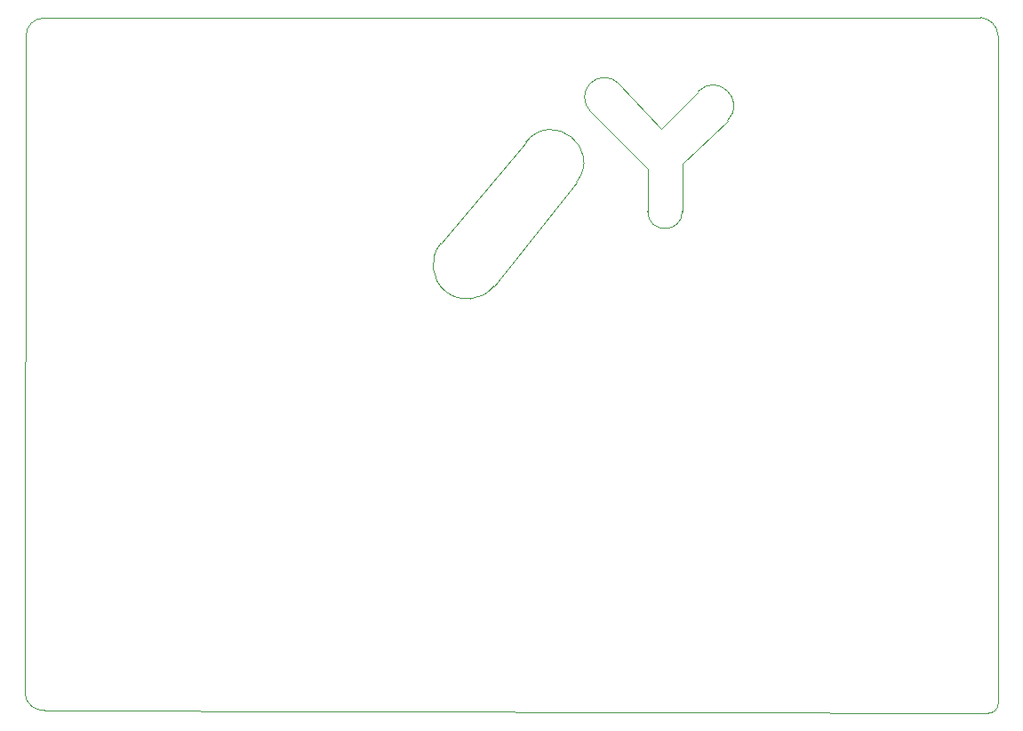
<source format=gbr>
%TF.GenerationSoftware,KiCad,Pcbnew,(6.0.1)*%
%TF.CreationDate,2022-11-29T11:44:30-05:00*%
%TF.ProjectId,pacman_side_2,7061636d-616e-45f7-9369-64655f322e6b,rev?*%
%TF.SameCoordinates,Original*%
%TF.FileFunction,Profile,NP*%
%FSLAX46Y46*%
G04 Gerber Fmt 4.6, Leading zero omitted, Abs format (unit mm)*
G04 Created by KiCad (PCBNEW (6.0.1)) date 2022-11-29 11:44:30*
%MOMM*%
%LPD*%
G01*
G04 APERTURE LIST*
%TA.AperFunction,Profile*%
%ADD10C,0.100000*%
%TD*%
G04 APERTURE END LIST*
D10*
X89408000Y-64516000D02*
X89284341Y-127127000D01*
X145814999Y-69061001D02*
G75*
G03*
X143148001Y-71727999I-1333499J-1333499D01*
G01*
X180340000Y-62811000D02*
X91059000Y-62865000D01*
X148609000Y-77189000D02*
X148609000Y-81253000D01*
X156229000Y-72617000D02*
X151911000Y-76681000D01*
X91186000Y-128778000D02*
X181102000Y-129032000D01*
X156229000Y-72617000D02*
G75*
G03*
X153435000Y-69823000I-1397000J1397000D01*
G01*
X148609000Y-81253000D02*
G75*
G03*
X151911000Y-81253000I1651000J0D01*
G01*
X141829000Y-78491000D02*
G75*
G03*
X137003000Y-74681000I-2413000J1905000D01*
G01*
X181102000Y-129032000D02*
G75*
G03*
X181997382Y-128149382I12682J882609D01*
G01*
X151911000Y-81253000D02*
X151911000Y-76681000D01*
X128875000Y-84333000D02*
G75*
G03*
X133955000Y-88397000I2540000J-2032000D01*
G01*
X89284341Y-127127000D02*
G75*
G03*
X91186000Y-128778000I1765947J113370D01*
G01*
X133955000Y-88397000D02*
X141829000Y-78491000D01*
X181991000Y-64516000D02*
G75*
G03*
X180340000Y-62811000I-1811733J-102497D01*
G01*
X153435000Y-69823000D02*
X149879000Y-73379000D01*
X181991000Y-64516000D02*
X181997382Y-128149382D01*
X91059000Y-62865000D02*
G75*
G03*
X89408000Y-64516000I1J-1651001D01*
G01*
X143148001Y-71727999D02*
X148609000Y-77189000D01*
X137003000Y-74681000D02*
X128875000Y-84333000D01*
X145815000Y-69061000D02*
X149879000Y-73379000D01*
M02*

</source>
